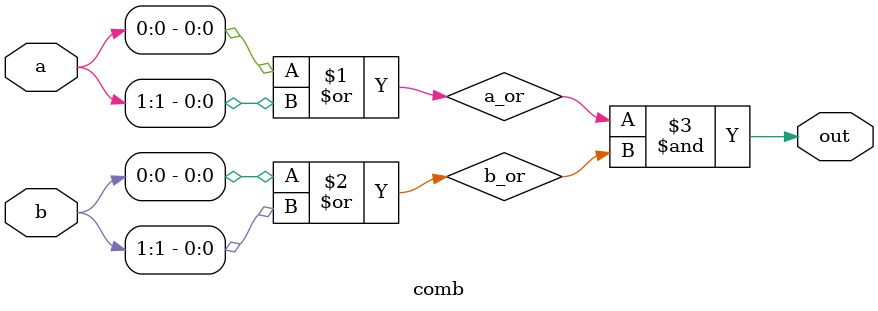
<source format=sv>

module comb (
    input logic [1:0] a,
    input logic [1:0] b,
    output logic out
);

  logic a_or, bor;

  assign a_or = a[0] | a[1];
  assign b_or = b[0] | b[1];
  assign out  = a_or & b_or;

endmodule

</source>
